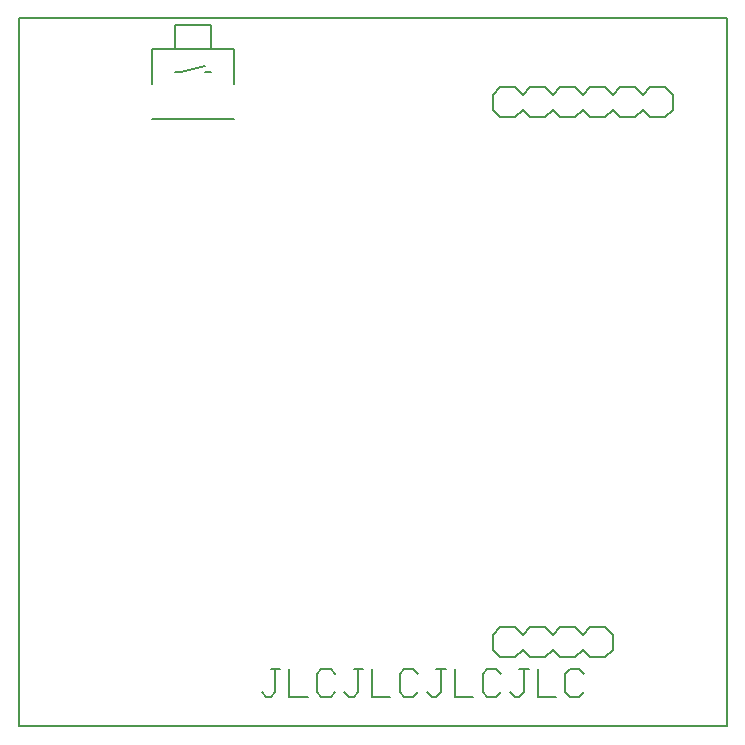
<source format=gto>
G75*
%MOIN*%
%OFA0B0*%
%FSLAX25Y25*%
%IPPOS*%
%LPD*%
%AMOC8*
5,1,8,0,0,1.08239X$1,22.5*
%
%ADD10C,0.00800*%
%ADD11C,0.00500*%
%ADD12C,0.00600*%
D10*
X0108252Y0014773D02*
X0109787Y0013239D01*
X0111321Y0013239D01*
X0112856Y0014773D01*
X0112856Y0022446D01*
X0111321Y0022446D02*
X0114391Y0022446D01*
X0117460Y0022446D02*
X0117460Y0013239D01*
X0123598Y0013239D01*
X0126668Y0014773D02*
X0128202Y0013239D01*
X0131272Y0013239D01*
X0132806Y0014773D01*
X0135876Y0014773D02*
X0137410Y0013239D01*
X0138945Y0013239D01*
X0140480Y0014773D01*
X0140480Y0022446D01*
X0142014Y0022446D02*
X0138945Y0022446D01*
X0145084Y0022446D02*
X0145084Y0013239D01*
X0151222Y0013239D01*
X0154291Y0014773D02*
X0155826Y0013239D01*
X0158895Y0013239D01*
X0160430Y0014773D01*
X0163499Y0014773D02*
X0165034Y0013239D01*
X0166569Y0013239D01*
X0168103Y0014773D01*
X0168103Y0022446D01*
X0166569Y0022446D02*
X0169638Y0022446D01*
X0172707Y0022446D02*
X0172707Y0013239D01*
X0178846Y0013239D01*
X0181915Y0014773D02*
X0183450Y0013239D01*
X0186519Y0013239D01*
X0188054Y0014773D01*
X0191123Y0014773D02*
X0192657Y0013239D01*
X0194192Y0013239D01*
X0195727Y0014773D01*
X0195727Y0022446D01*
X0197261Y0022446D02*
X0194192Y0022446D01*
X0200331Y0022446D02*
X0200331Y0013239D01*
X0206469Y0013239D01*
X0209539Y0014773D02*
X0211073Y0013239D01*
X0214142Y0013239D01*
X0215677Y0014773D01*
X0209539Y0014773D02*
X0209539Y0020912D01*
X0211073Y0022446D01*
X0214142Y0022446D01*
X0215677Y0020912D01*
X0188054Y0020912D02*
X0186519Y0022446D01*
X0183450Y0022446D01*
X0181915Y0020912D01*
X0181915Y0014773D01*
X0160430Y0020912D02*
X0158895Y0022446D01*
X0155826Y0022446D01*
X0154291Y0020912D01*
X0154291Y0014773D01*
X0132806Y0020912D02*
X0131272Y0022446D01*
X0128202Y0022446D01*
X0126668Y0020912D01*
X0126668Y0014773D01*
D11*
X0027242Y0003390D02*
X0027242Y0239610D01*
X0263462Y0239610D01*
X0263462Y0003390D01*
X0027242Y0003390D01*
X0071573Y0205752D02*
X0099132Y0205752D01*
X0099132Y0217563D02*
X0099132Y0229374D01*
X0091258Y0229374D01*
X0091258Y0237248D01*
X0079447Y0237248D01*
X0079447Y0229374D01*
X0091258Y0229374D01*
X0089289Y0223469D02*
X0081415Y0221500D01*
X0079447Y0221500D01*
X0079447Y0229374D02*
X0071573Y0229374D01*
X0071573Y0217563D01*
X0089289Y0221500D02*
X0091258Y0221500D01*
D12*
X0185352Y0214000D02*
X0185352Y0209000D01*
X0187852Y0206500D01*
X0192852Y0206500D01*
X0195352Y0209000D01*
X0197852Y0206500D01*
X0202852Y0206500D01*
X0205352Y0209000D01*
X0207852Y0206500D01*
X0212852Y0206500D01*
X0215352Y0209000D01*
X0217852Y0206500D01*
X0222852Y0206500D01*
X0225352Y0209000D01*
X0227852Y0206500D01*
X0232852Y0206500D01*
X0235352Y0209000D01*
X0237852Y0206500D01*
X0242852Y0206500D01*
X0245352Y0209000D01*
X0245352Y0214000D01*
X0242852Y0216500D01*
X0237852Y0216500D01*
X0235352Y0214000D01*
X0232852Y0216500D01*
X0227852Y0216500D01*
X0225352Y0214000D01*
X0222852Y0216500D01*
X0217852Y0216500D01*
X0215352Y0214000D01*
X0212852Y0216500D01*
X0207852Y0216500D01*
X0205352Y0214000D01*
X0202852Y0216500D01*
X0197852Y0216500D01*
X0195352Y0214000D01*
X0192852Y0216500D01*
X0187852Y0216500D01*
X0185352Y0214000D01*
X0187852Y0036500D02*
X0192852Y0036500D01*
X0195352Y0034000D01*
X0197852Y0036500D01*
X0202852Y0036500D01*
X0205352Y0034000D01*
X0207852Y0036500D01*
X0212852Y0036500D01*
X0215352Y0034000D01*
X0217852Y0036500D01*
X0222852Y0036500D01*
X0225352Y0034000D01*
X0225352Y0029000D01*
X0222852Y0026500D01*
X0217852Y0026500D01*
X0215352Y0029000D01*
X0212852Y0026500D01*
X0207852Y0026500D01*
X0205352Y0029000D01*
X0202852Y0026500D01*
X0197852Y0026500D01*
X0195352Y0029000D01*
X0192852Y0026500D01*
X0187852Y0026500D01*
X0185352Y0029000D01*
X0185352Y0034000D01*
X0187852Y0036500D01*
M02*

</source>
